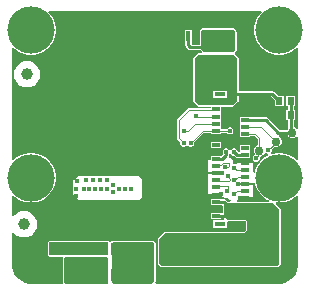
<source format=gtl>
G04*
G04 #@! TF.GenerationSoftware,Altium Limited,Altium Designer,23.5.1 (21)*
G04*
G04 Layer_Physical_Order=1*
G04 Layer_Color=255*
%FSLAX44Y44*%
%MOMM*%
G71*
G04*
G04 #@! TF.SameCoordinates,8A31CEE1-4E44-459D-8F00-06555A1585A0*
G04*
G04*
G04 #@! TF.FilePolarity,Positive*
G04*
G01*
G75*
%ADD10C,0.2000*%
%ADD14R,0.8500X1.3000*%
%ADD15R,0.6200X0.6200*%
%ADD16R,0.6200X0.6200*%
%ADD17R,0.6500X0.3000*%
%ADD18R,0.9500X0.4000*%
%ADD20R,0.6500X1.0600*%
%ADD21R,0.5500X0.4500*%
%ADD22R,0.6500X0.5500*%
%ADD23R,0.5200X0.5200*%
%ADD24R,2.6000X0.9500*%
%ADD25R,0.5500X0.6500*%
%ADD26R,0.5200X0.5200*%
%ADD44R,0.4000X0.9000*%
%ADD45C,0.7500*%
%ADD46C,1.0000*%
%ADD47C,0.1213*%
%ADD48C,0.1020*%
%ADD49C,0.1016*%
%ADD50C,0.2540*%
%ADD51C,0.6000*%
%ADD52C,4.0000*%
%ADD53C,0.4000*%
G36*
X219758Y241425D02*
X220244Y240252D01*
X218688Y238697D01*
X216390Y235257D01*
X214807Y231436D01*
X214000Y227378D01*
Y223242D01*
X214807Y219185D01*
X216390Y215363D01*
X218688Y211923D01*
X221613Y208998D01*
X225053Y206700D01*
X228874Y205117D01*
X232932Y204310D01*
X237068D01*
X241125Y205117D01*
X244947Y206700D01*
X248387Y208998D01*
X249942Y210554D01*
X251115Y210068D01*
Y142208D01*
X249845Y141682D01*
X249071Y142457D01*
X247344Y143172D01*
Y149420D01*
X248780D01*
Y157920D01*
X247344D01*
Y160850D01*
X248780D01*
Y169350D01*
X241280D01*
Y160850D01*
X242715D01*
Y157920D01*
X241280D01*
Y149420D01*
X242715D01*
Y141483D01*
X242353Y141121D01*
X242197Y140744D01*
X235476D01*
X225451Y150770D01*
X224700Y151272D01*
X223814Y151448D01*
X210360D01*
Y151634D01*
X201860D01*
Y146904D01*
X201860Y146634D01*
Y145634D01*
X201860Y145364D01*
Y140634D01*
X201860D01*
Y139634D01*
X201860D01*
Y134634D01*
X210360D01*
Y135501D01*
X214245D01*
X216808Y132939D01*
Y127655D01*
X215749Y127217D01*
X214413Y125881D01*
X213690Y124135D01*
Y122245D01*
X214290Y120796D01*
X214413Y120499D01*
X213947Y119383D01*
X213103Y118539D01*
X212646Y117437D01*
Y116243D01*
X213103Y115141D01*
X213947Y114297D01*
X215049Y113840D01*
X216243D01*
X217345Y114297D01*
X218189Y115141D01*
X218646Y116243D01*
Y117437D01*
X219195Y118182D01*
X219504Y118489D01*
X221131Y119163D01*
X222467Y120499D01*
X222687Y121032D01*
X224186Y121330D01*
X224361Y121155D01*
X225463Y120698D01*
X226027D01*
X226279Y119428D01*
X225053Y118920D01*
X221613Y116622D01*
X218688Y113697D01*
X216390Y110257D01*
X214807Y106435D01*
X214440Y104590D01*
X213170Y104715D01*
Y112444D01*
X200991D01*
X200191Y113244D01*
X198055Y114128D01*
X196586D01*
X195667Y115504D01*
X195667Y115504D01*
X194956Y116214D01*
X193496Y117190D01*
X192647Y117359D01*
X192278Y118248D01*
X192454Y119134D01*
Y120131D01*
X192683Y120360D01*
X192833Y120720D01*
X194207D01*
X194356Y120360D01*
X195200Y119516D01*
X196303Y119059D01*
X196627D01*
X198189Y117497D01*
X198939Y116995D01*
X199825Y116819D01*
X201860D01*
Y116634D01*
X210360D01*
Y121364D01*
X210360Y121634D01*
Y122634D01*
X210360Y122904D01*
Y127634D01*
X201860D01*
Y122835D01*
X201532Y122239D01*
X200610Y122114D01*
X199900Y122656D01*
X199443Y123758D01*
X198599Y124602D01*
X197496Y125059D01*
X196303D01*
X195200Y124602D01*
X194356Y123758D01*
X194207Y123398D01*
X192833D01*
X192683Y123758D01*
X191839Y124602D01*
X190737Y125059D01*
X189543D01*
X188441Y124602D01*
X187597Y123758D01*
X187140Y122656D01*
Y121462D01*
X187597Y120360D01*
X187826Y120131D01*
Y120092D01*
X186885Y119151D01*
X185860Y118559D01*
X177360D01*
Y115369D01*
X174550D01*
Y104749D01*
X183801D01*
X183875Y104639D01*
X183196Y103369D01*
X174550D01*
Y92749D01*
Y86749D01*
X185690D01*
X186039Y85906D01*
X187673Y84271D01*
X189809Y83387D01*
X191571D01*
X191770Y82905D01*
X193405Y81271D01*
X194092Y80986D01*
X193839Y79716D01*
X191598D01*
X191497Y79869D01*
X189669Y81696D01*
X188919Y82197D01*
X188033Y82374D01*
X185860D01*
Y82559D01*
X177360D01*
Y77559D01*
X185860D01*
Y77559D01*
X186999Y77242D01*
X187640Y76632D01*
Y70374D01*
X185860D01*
Y70559D01*
X177360D01*
Y65559D01*
X185860D01*
Y65745D01*
X188011D01*
X188322Y65329D01*
X187685Y64059D01*
X179360D01*
Y58059D01*
X190860D01*
Y62885D01*
X191516Y63323D01*
X206672D01*
X206690Y63306D01*
Y55820D01*
X205292Y54422D01*
X138289D01*
X137523Y54105D01*
X137523Y54105D01*
X132585Y49166D01*
X132268Y48401D01*
Y27940D01*
X132585Y27175D01*
X132585Y27175D01*
X135125Y24635D01*
X135890Y24318D01*
X233177D01*
X233177Y24318D01*
X233942Y24635D01*
X233942Y24635D01*
X236067Y26760D01*
X236384Y27525D01*
Y73508D01*
X236384Y73508D01*
X236067Y74274D01*
X236067Y74274D01*
X235870Y74471D01*
Y74720D01*
X235621D01*
X232175Y78166D01*
X232801Y79336D01*
X232932Y79310D01*
X237068D01*
X241125Y80117D01*
X244947Y81700D01*
X248387Y83998D01*
X249942Y85554D01*
X251115Y85068D01*
Y26690D01*
X251115Y25103D01*
X250496Y21989D01*
X249281Y19056D01*
X247518Y16417D01*
X245273Y14172D01*
X242634Y12408D01*
X239701Y11194D01*
X236587Y10574D01*
X235000D01*
X130604Y10574D01*
X130119Y11748D01*
X130305Y11935D01*
X130622Y12700D01*
Y44958D01*
X130623Y44958D01*
X130305Y45723D01*
X130305Y45724D01*
X129289Y46739D01*
X128524Y47056D01*
X94032D01*
X93267Y46739D01*
X92270Y46080D01*
X91059Y46223D01*
X90950Y46485D01*
X90185Y46802D01*
X40640D01*
X39875Y46485D01*
X39558Y45720D01*
Y34838D01*
X39875Y34073D01*
X39875Y34073D01*
X40233Y33715D01*
X40998Y33398D01*
X51795D01*
X52258Y32705D01*
Y11845D01*
X52105Y11461D01*
X51322Y10575D01*
X25000Y10575D01*
X23413D01*
X20299Y11194D01*
X17366Y12409D01*
X14727Y14172D01*
X12482Y16417D01*
X10719Y19057D01*
X9504Y21989D01*
X8885Y25103D01*
Y26690D01*
Y53847D01*
X10155Y54278D01*
X11116Y53026D01*
X13440Y51242D01*
X16146Y50121D01*
X19050Y49739D01*
X21954Y50121D01*
X24660Y51242D01*
X26984Y53026D01*
X28768Y55349D01*
X29889Y58056D01*
X30271Y60960D01*
X29889Y63864D01*
X28768Y66571D01*
X26984Y68894D01*
X24660Y70678D01*
X21954Y71799D01*
X19050Y72181D01*
X16146Y71799D01*
X13440Y70678D01*
X11116Y68894D01*
X10155Y67642D01*
X8885Y68073D01*
Y85068D01*
X10058Y85554D01*
X11613Y83998D01*
X15053Y81700D01*
X18874Y80117D01*
X22932Y79310D01*
X27068D01*
X31125Y80117D01*
X34947Y81700D01*
X38387Y83998D01*
X41312Y86923D01*
X43610Y90363D01*
X45193Y94185D01*
X46000Y98242D01*
Y102378D01*
X45193Y106435D01*
X43610Y110257D01*
X41312Y113697D01*
X38387Y116622D01*
X34947Y118920D01*
X31125Y120503D01*
X27068Y121310D01*
X22932D01*
X18874Y120503D01*
X15053Y118920D01*
X11613Y116622D01*
X10058Y115066D01*
X8885Y115552D01*
Y210068D01*
X10058Y210554D01*
X11613Y208998D01*
X15053Y206700D01*
X18874Y205117D01*
X22932Y204310D01*
X27068D01*
X31125Y205117D01*
X34947Y206700D01*
X38387Y208998D01*
X41312Y211923D01*
X43610Y215363D01*
X45193Y219185D01*
X46000Y223242D01*
Y227378D01*
X45193Y231436D01*
X43610Y235257D01*
X41312Y238697D01*
X39756Y240252D01*
X40242Y241426D01*
X219758Y241425D01*
D02*
G37*
G36*
X242353Y135739D02*
X243689Y134403D01*
X245435Y133680D01*
X247325D01*
X249071Y134403D01*
X249845Y135178D01*
X251115Y134652D01*
Y115552D01*
X249942Y115066D01*
X248387Y116622D01*
X244947Y118920D01*
X241125Y120503D01*
X237068Y121310D01*
X232932D01*
X228874Y120503D01*
X228205Y121600D01*
X228603Y121999D01*
X229060Y123101D01*
Y124295D01*
X229032Y124362D01*
X230946Y126275D01*
X231465Y126060D01*
X233355D01*
X235101Y126783D01*
X236437Y128119D01*
X237160Y129865D01*
Y131755D01*
X236437Y133501D01*
X235101Y134837D01*
X235080Y134846D01*
X235332Y136116D01*
X242197D01*
X242353Y135739D01*
D02*
G37*
G36*
X214807Y94185D02*
X216390Y90363D01*
X218688Y86923D01*
X221613Y83998D01*
X225053Y81700D01*
X226777Y80986D01*
X226524Y79716D01*
X199552D01*
X199300Y80986D01*
X199987Y81271D01*
X201621Y82905D01*
X202002Y83824D01*
X213170D01*
Y94444D01*
X204119D01*
X203364Y95714D01*
X203424Y95824D01*
X213170D01*
Y95905D01*
X214440Y96030D01*
X214807Y94185D01*
D02*
G37*
G36*
X90185Y34480D02*
X54033D01*
X54033Y34480D01*
X54033Y34480D01*
X40998D01*
X40640Y34838D01*
Y45720D01*
X90185D01*
Y34480D01*
D02*
G37*
G36*
X235302Y73508D02*
Y27525D01*
X233177Y25400D01*
X135890D01*
X133350Y27940D01*
Y48401D01*
X138289Y53340D01*
X205740D01*
X207772Y55372D01*
Y63754D01*
X207120Y64406D01*
X191516D01*
X188722Y67200D01*
Y78232D01*
X189124Y78634D01*
X230177D01*
X235302Y73508D01*
D02*
G37*
G36*
X90270Y32431D02*
Y11140D01*
X89705Y10575D01*
X54400D01*
X53340Y11635D01*
Y32705D01*
X54033Y33398D01*
X89303D01*
X90270Y32431D01*
D02*
G37*
G36*
X129540Y44958D02*
Y12700D01*
X127414Y10574D01*
X94615Y10575D01*
X93270Y11919D01*
Y45212D01*
X94032Y45974D01*
X128524D01*
X129540Y44958D01*
D02*
G37*
%LPC*%
G36*
X196618Y226624D02*
X170092D01*
X169327Y226307D01*
X168561Y225542D01*
X168092D01*
Y224741D01*
X168010Y224542D01*
Y212984D01*
X161786D01*
X161425Y213410D01*
X161092Y214542D01*
X161092D01*
Y225542D01*
X155092D01*
Y214542D01*
X155778D01*
Y212481D01*
X155954Y211595D01*
X156455Y210844D01*
X158267Y209033D01*
X159018Y208531D01*
X159903Y208355D01*
X168584D01*
X170117Y206822D01*
X169590Y205552D01*
X166116D01*
X166116Y205552D01*
X165351Y205235D01*
X162777Y202662D01*
X162777Y202662D01*
X162460Y201897D01*
Y165062D01*
X162460Y165061D01*
X162777Y164296D01*
X162777Y164296D01*
X166280Y160794D01*
X167045Y160477D01*
X177360D01*
Y159114D01*
X158540D01*
X157385Y158636D01*
X148898Y150149D01*
X148419Y148993D01*
Y133664D01*
X148898Y132509D01*
X151205Y130202D01*
X151178Y130137D01*
Y128943D01*
X151635Y127841D01*
X152479Y126997D01*
X153581Y126540D01*
X154775D01*
X155877Y126997D01*
X156356Y127476D01*
X157084Y127743D01*
X157957Y127506D01*
X158394Y127070D01*
X159496Y126613D01*
X160690D01*
X161792Y127070D01*
X162636Y127914D01*
X163093Y129016D01*
Y130210D01*
X163066Y130275D01*
X171216Y138425D01*
X177360D01*
Y137559D01*
X185860D01*
Y138425D01*
X190671D01*
X190698Y138360D01*
X191542Y137516D01*
X192644Y137059D01*
X193838D01*
X194940Y137516D01*
X195784Y138360D01*
X196241Y139462D01*
Y140656D01*
X195784Y141758D01*
X194940Y142602D01*
X193838Y143059D01*
X192644D01*
X191542Y142602D01*
X190698Y141758D01*
X190671Y141693D01*
X186772D01*
X185860Y142559D01*
Y143559D01*
X185860D01*
Y148289D01*
X185860Y148559D01*
Y149559D01*
X185860Y149829D01*
Y154289D01*
X185860Y154559D01*
Y155559D01*
X185860Y155829D01*
Y160477D01*
X195607D01*
X196372Y160794D01*
X196372Y160794D01*
X200372Y164794D01*
X200689Y165559D01*
Y169135D01*
X228221D01*
X231280Y166077D01*
Y160850D01*
X238780D01*
Y169350D01*
X234553D01*
X230817Y173087D01*
X230066Y173588D01*
X229180Y173764D01*
X200689D01*
Y201901D01*
X200372Y202666D01*
X198006Y205032D01*
X197922Y205294D01*
X197880Y206042D01*
X197929Y206558D01*
X198885Y207515D01*
X199202Y208280D01*
Y224040D01*
X199202Y224040D01*
X198885Y224805D01*
X198885Y224806D01*
X197383Y226307D01*
X196618Y226624D01*
D02*
G37*
G36*
X21590Y199181D02*
X18686Y198799D01*
X15979Y197678D01*
X13656Y195894D01*
X11872Y193570D01*
X10751Y190864D01*
X10369Y187960D01*
X10751Y185056D01*
X11872Y182349D01*
X13656Y180026D01*
X15979Y178242D01*
X18686Y177121D01*
X21590Y176739D01*
X24494Y177121D01*
X27201Y178242D01*
X29524Y180026D01*
X31308Y182349D01*
X32429Y185056D01*
X32811Y187960D01*
X32429Y190864D01*
X31308Y193570D01*
X29524Y195894D01*
X27201Y197678D01*
X24494Y198799D01*
X21590Y199181D01*
D02*
G37*
G36*
X185860Y130559D02*
X177360D01*
Y125559D01*
X185860D01*
Y130559D01*
D02*
G37*
G36*
X116840Y101600D02*
X64575D01*
X61216Y98242D01*
X60960D01*
Y86360D01*
X66040Y81280D01*
X116840D01*
X119380Y83820D01*
Y99060D01*
X116840Y101600D01*
D02*
G37*
%LPD*%
G36*
X198120Y224040D02*
Y208280D01*
X196850Y207010D01*
X171460D01*
X169092Y209378D01*
Y224542D01*
X170092Y225542D01*
X196618D01*
X198120Y224040D01*
D02*
G37*
G36*
X199607Y201901D02*
Y165559D01*
X195607Y161559D01*
X167045D01*
X163543Y165061D01*
Y201897D01*
X166116Y204470D01*
X197038D01*
X199607Y201901D01*
D02*
G37*
%LPC*%
G36*
X190860Y174059D02*
X179360D01*
Y168059D01*
X190860D01*
Y174059D01*
D02*
G37*
%LPD*%
D10*
X201649Y82887D02*
X201772Y83010D01*
X205987D02*
X206110Y83134D01*
X201772Y83010D02*
X205987D01*
X181610Y86059D02*
X181625Y86074D01*
X185573D02*
X185589Y86090D01*
X181625Y86074D02*
X185573D01*
X206041Y113202D02*
X206110Y113134D01*
X198120Y113271D02*
X198189Y113202D01*
X206041D01*
X181615Y104054D02*
X186685D01*
X181610Y104059D02*
X181615Y104054D01*
X186685D02*
X186690Y104049D01*
X200736Y95046D02*
X206022D01*
X206110Y95134D01*
X200648Y94958D02*
X200736Y95046D01*
X166045Y122059D02*
X181610D01*
Y134059D02*
X193241D01*
X200442Y131134D02*
X206110D01*
X200442Y161134D02*
X206110D01*
X200442Y155134D02*
X206110D01*
X229362Y153670D02*
X235030D01*
X175078Y74059D02*
X181610D01*
D14*
X139700Y36830D02*
D03*
X122700D02*
D03*
D15*
X227330Y20320D02*
D03*
Y29320D02*
D03*
X215900Y20320D02*
D03*
Y29320D02*
D03*
X57150Y39350D02*
D03*
Y30350D02*
D03*
D16*
X240770Y43180D02*
D03*
X231770D02*
D03*
X157948Y174752D02*
D03*
X166948D02*
D03*
D17*
X181610Y164059D02*
D03*
X206110Y161134D02*
D03*
X181610Y158059D02*
D03*
Y152059D02*
D03*
Y146059D02*
D03*
Y140059D02*
D03*
Y134059D02*
D03*
Y128059D02*
D03*
Y122059D02*
D03*
Y116059D02*
D03*
Y110059D02*
D03*
Y104059D02*
D03*
Y98059D02*
D03*
Y92059D02*
D03*
Y86059D02*
D03*
Y80059D02*
D03*
Y74059D02*
D03*
Y68059D02*
D03*
X206110Y155134D02*
D03*
Y149134D02*
D03*
Y143134D02*
D03*
Y137134D02*
D03*
Y131134D02*
D03*
Y125134D02*
D03*
Y119134D02*
D03*
Y113134D02*
D03*
Y107134D02*
D03*
Y101134D02*
D03*
Y95134D02*
D03*
Y89134D02*
D03*
Y83134D02*
D03*
Y77134D02*
D03*
Y71134D02*
D03*
D18*
X185110Y61059D02*
D03*
Y171059D02*
D03*
D20*
X106020Y17780D02*
D03*
X96520D02*
D03*
X87020D02*
D03*
Y39780D02*
D03*
X96520D02*
D03*
X106020D02*
D03*
D21*
X67310Y39350D02*
D03*
Y30350D02*
D03*
D22*
X46990Y39370D02*
D03*
Y29370D02*
D03*
D23*
X232270Y53340D02*
D03*
X240270D02*
D03*
Y62230D02*
D03*
X232270D02*
D03*
X240270Y71120D02*
D03*
X232270D02*
D03*
X158306Y184912D02*
D03*
X166306D02*
D03*
D24*
X165100Y43210D02*
D03*
Y15210D02*
D03*
X195580Y14993D02*
D03*
Y42993D02*
D03*
D25*
X235030Y153670D02*
D03*
X245030D02*
D03*
X235030Y165100D02*
D03*
X245030D02*
D03*
D26*
X181864Y229996D02*
D03*
Y221996D02*
D03*
D44*
X164592Y220042D02*
D03*
X171092D02*
D03*
Y198042D02*
D03*
X158092Y220042D02*
D03*
Y198042D02*
D03*
D45*
X218440Y123190D02*
D03*
X232410Y130810D02*
D03*
X72390Y17780D02*
D03*
X219710Y43595D02*
D03*
X246380Y138430D02*
D03*
X180340Y213360D02*
D03*
X182372Y184912D02*
D03*
D46*
X19050Y60960D02*
D03*
X21590Y187960D02*
D03*
D47*
X188984Y109002D02*
X189172Y109189D01*
X192483Y109900D02*
Y112319D01*
X191772Y109189D02*
X192483Y109900D01*
X187706Y113030D02*
X191772D01*
X189172Y109189D02*
X191772D01*
Y113030D02*
X192483Y112319D01*
X185629Y110953D02*
X187706Y113030D01*
X182504Y110953D02*
X185629D01*
X181610Y110059D02*
X182504Y110953D01*
X196900Y108318D02*
X197654D01*
X198839Y107134D01*
X206110D01*
X182387Y97282D02*
X192435D01*
X191431Y101210D02*
X193145Y99496D01*
Y97992D02*
Y99496D01*
X192435Y97282D02*
X193145Y97992D01*
X191431Y101210D02*
Y101600D01*
X181610Y98059D02*
X182387Y97282D01*
X200085Y101134D02*
X206110D01*
X197218Y98267D02*
X200085Y101134D01*
X196752Y98267D02*
X197218D01*
X183360Y92059D02*
X184860Y93559D01*
X190720D02*
X191431Y92849D01*
X190965Y89197D02*
X191431Y89663D01*
X181610Y92059D02*
X183360D01*
X184860Y93559D02*
X190720D01*
X191431Y89663D02*
Y92849D01*
X196696Y86196D02*
X197010D01*
X199440Y88626D01*
X205603D01*
X206110Y89134D01*
D48*
X158540Y157480D02*
X181031D01*
X150054Y133664D02*
Y148993D01*
X158540Y157480D01*
X181031D02*
X181610Y158059D01*
X150054Y133664D02*
X154178Y129540D01*
X154178D01*
X181610Y140059D02*
X193241D01*
X160093Y129613D02*
X170539Y140059D01*
X181610D01*
D49*
X154218Y140019D02*
X158210D01*
X154178Y140059D02*
X154218Y140019D01*
X158210D02*
X164250Y146059D01*
X181610D01*
X215646Y117297D02*
X217276Y118927D01*
Y122026D01*
X215646Y116840D02*
Y117297D01*
X217276Y122026D02*
X218440Y123190D01*
Y123190D02*
Y133615D01*
X165100Y152400D02*
X165441Y152059D01*
X181610D01*
X226060Y123698D02*
X232410Y130048D01*
Y130810D01*
X220086Y143134D02*
X232410Y130810D01*
X214922Y137134D02*
X218440Y133615D01*
X206110Y143134D02*
X220086D01*
X206110Y137134D02*
X214922D01*
D50*
X158092Y212481D02*
Y220042D01*
X159903Y210669D02*
X169053D01*
X158092Y212481D02*
X159903Y210669D01*
X169053D02*
X171092Y212708D01*
Y220042D01*
X229180Y171450D02*
X233550Y167080D01*
X196716Y171450D02*
X229180D01*
X233550Y167080D02*
X233550D01*
X235030Y165600D01*
Y165100D02*
Y165600D01*
X196900Y122059D02*
X199825Y119134D01*
X206110D01*
X190140D02*
Y122059D01*
X187065Y116059D02*
X190140Y119134D01*
X181610Y116059D02*
X187065D01*
X246380Y138430D02*
Y139772D01*
X245030Y141122D02*
X246380Y139772D01*
X245030Y141122D02*
Y165100D01*
X234518Y138430D02*
X246380D01*
X223814Y149134D02*
X234518Y138430D01*
X206110Y149134D02*
X223814D01*
X190505Y68059D02*
X190746Y67818D01*
X181610Y68059D02*
X190505D01*
X188033Y80059D02*
X189860Y78232D01*
X181610Y80059D02*
X188033D01*
D51*
X72390Y17780D02*
X87020D01*
D52*
X25000Y225310D02*
D03*
X235000Y100310D02*
D03*
X25000D02*
D03*
X235000Y225310D02*
D03*
D53*
X62738Y69088D02*
D03*
X203454Y59436D02*
D03*
X194997Y59317D02*
D03*
X62738Y74422D02*
D03*
Y79472D02*
D03*
Y84582D02*
D03*
X89500Y98552D02*
D03*
X83344D02*
D03*
X77153D02*
D03*
X71374D02*
D03*
X64262Y97536D02*
D03*
X92791Y103434D02*
D03*
X155269Y85817D02*
D03*
X165180Y98746D02*
D03*
X166045Y122059D02*
D03*
X153289Y101713D02*
D03*
X188984Y109002D02*
D03*
X104394Y90894D02*
D03*
X196900Y108318D02*
D03*
X99394Y90894D02*
D03*
X196752Y98267D02*
D03*
X84500Y90894D02*
D03*
X191431Y101600D02*
D03*
X89500Y90894D02*
D03*
X69500D02*
D03*
X196696Y86196D02*
D03*
X190965Y89197D02*
D03*
X74500Y90894D02*
D03*
X239268Y132588D02*
D03*
X201649Y82887D02*
D03*
X185589Y86090D02*
D03*
X198120Y113271D02*
D03*
X186690Y104049D02*
D03*
X200648Y94958D02*
D03*
X154178Y140059D02*
D03*
X124460Y20549D02*
D03*
Y13040D02*
D03*
X238453Y24318D02*
D03*
Y33249D02*
D03*
X20320Y17780D02*
D03*
Y35560D02*
D03*
X13440Y26690D02*
D03*
Y45720D02*
D03*
X218440Y82905D02*
D03*
X228600Y185420D02*
D03*
Y200974D02*
D03*
X233680Y175260D02*
D03*
X246380D02*
D03*
X83820Y226060D02*
D03*
X68580D02*
D03*
X53340D02*
D03*
X46000Y237490D02*
D03*
X60960D02*
D03*
X76200D02*
D03*
X91440D02*
D03*
X106680D02*
D03*
X121920D02*
D03*
X137160D02*
D03*
X152400D02*
D03*
X213360D02*
D03*
X198120D02*
D03*
X167640D02*
D03*
X33020Y53340D02*
D03*
Y74660D02*
D03*
X45720Y63500D02*
D03*
Y87360D02*
D03*
X63500Y182880D02*
D03*
Y132080D02*
D03*
Y157480D02*
D03*
Y170180D02*
D03*
Y144780D02*
D03*
Y119380D02*
D03*
Y195580D02*
D03*
Y90894D02*
D03*
X134620Y114300D02*
D03*
X114300D02*
D03*
X92791D02*
D03*
X134620Y203200D02*
D03*
Y127000D02*
D03*
Y152400D02*
D03*
Y177800D02*
D03*
Y165100D02*
D03*
Y139700D02*
D03*
Y190500D02*
D03*
X124460Y195580D02*
D03*
Y119380D02*
D03*
Y144780D02*
D03*
Y170180D02*
D03*
Y157480D02*
D03*
Y132080D02*
D03*
Y182880D02*
D03*
X114300Y203200D02*
D03*
Y127000D02*
D03*
Y152400D02*
D03*
Y177800D02*
D03*
Y165100D02*
D03*
Y139700D02*
D03*
Y190500D02*
D03*
X104140Y195580D02*
D03*
Y119380D02*
D03*
Y144780D02*
D03*
Y170180D02*
D03*
Y157480D02*
D03*
Y132080D02*
D03*
Y182880D02*
D03*
X93980Y203200D02*
D03*
Y127000D02*
D03*
Y152400D02*
D03*
Y177800D02*
D03*
Y165100D02*
D03*
Y139700D02*
D03*
Y190500D02*
D03*
X83820Y195580D02*
D03*
Y119380D02*
D03*
Y144780D02*
D03*
Y170180D02*
D03*
Y157480D02*
D03*
Y132080D02*
D03*
Y182880D02*
D03*
X73660Y190500D02*
D03*
Y114300D02*
D03*
Y139700D02*
D03*
Y165100D02*
D03*
X226086Y160249D02*
D03*
X27966Y12929D02*
D03*
Y20549D02*
D03*
X38126Y12929D02*
D03*
Y20549D02*
D03*
X48286D02*
D03*
Y12929D02*
D03*
X248946Y33249D02*
D03*
Y40869D02*
D03*
Y48489D02*
D03*
Y56109D02*
D03*
Y63729D02*
D03*
Y71349D02*
D03*
Y78969D02*
D03*
X236131Y13059D02*
D03*
X228626Y12929D02*
D03*
X221006D02*
D03*
X213386D02*
D03*
X137186Y20549D02*
D03*
Y12929D02*
D03*
X147346Y20549D02*
D03*
Y12929D02*
D03*
X73660Y177800D02*
D03*
Y152400D02*
D03*
Y127000D02*
D03*
Y203200D02*
D03*
X154178Y129540D02*
D03*
X38100Y203200D02*
D03*
X39142Y127000D02*
D03*
X38100Y152400D02*
D03*
Y177800D02*
D03*
X25400Y165100D02*
D03*
X25000Y139700D02*
D03*
X12700Y126000D02*
D03*
Y152400D02*
D03*
Y177800D02*
D03*
Y203200D02*
D03*
X73660Y25550D02*
D03*
X81280Y25400D02*
D03*
X77470Y30480D02*
D03*
X84500D02*
D03*
X190500Y214630D02*
D03*
X195580Y210820D02*
D03*
X188722Y230060D02*
D03*
X173990D02*
D03*
X182880Y237490D02*
D03*
X165100Y230060D02*
D03*
X152400Y191770D02*
D03*
Y198042D02*
D03*
Y184912D02*
D03*
Y174752D02*
D03*
X189860Y164059D02*
D03*
X193241Y140059D02*
D03*
X160093Y129613D02*
D03*
X193241Y134059D02*
D03*
X165100Y152400D02*
D03*
X169500Y69571D02*
D03*
X154500D02*
D03*
X124500D02*
D03*
X226060Y123698D02*
D03*
X215646Y116840D02*
D03*
X235204Y146812D02*
D03*
X196900Y122059D02*
D03*
X190140D02*
D03*
X200442Y131134D02*
D03*
Y161134D02*
D03*
Y155134D02*
D03*
X229362Y153670D02*
D03*
X175078Y74059D02*
D03*
X139500Y90894D02*
D03*
Y69701D02*
D03*
X94447Y88287D02*
D03*
Y94206D02*
D03*
X109394Y90894D02*
D03*
X109500Y69571D02*
D03*
X94500D02*
D03*
X79500Y90894D02*
D03*
Y69971D02*
D03*
M02*

</source>
